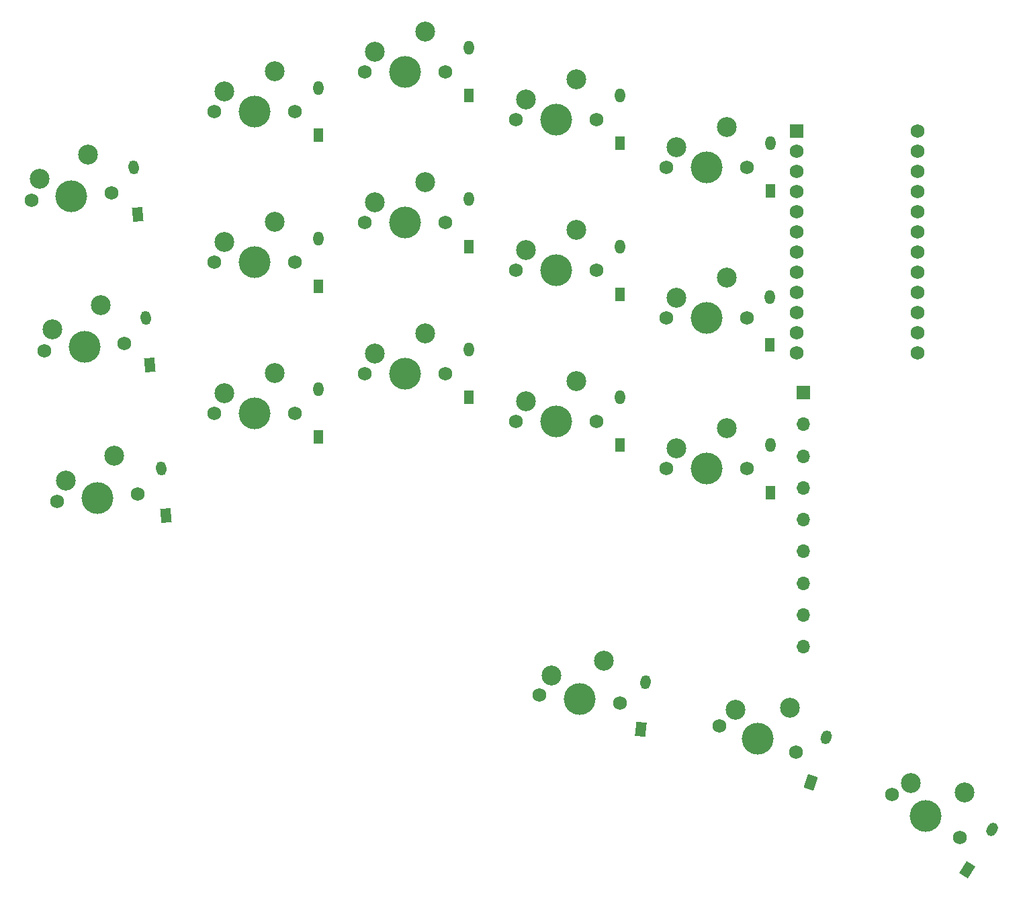
<source format=gbr>
%TF.GenerationSoftware,KiCad,Pcbnew,7.0.7*%
%TF.CreationDate,2023-11-23T18:26:16-07:00*%
%TF.ProjectId,TypestationX - Left,54797065-7374-4617-9469-6f6e58202d20,rev?*%
%TF.SameCoordinates,Original*%
%TF.FileFunction,Soldermask,Bot*%
%TF.FilePolarity,Negative*%
%FSLAX46Y46*%
G04 Gerber Fmt 4.6, Leading zero omitted, Abs format (unit mm)*
G04 Created by KiCad (PCBNEW 7.0.7) date 2023-11-23 18:26:16*
%MOMM*%
%LPD*%
G01*
G04 APERTURE LIST*
G04 Aperture macros list*
%AMHorizOval*
0 Thick line with rounded ends*
0 $1 width*
0 $2 $3 position (X,Y) of the first rounded end (center of the circle)*
0 $4 $5 position (X,Y) of the second rounded end (center of the circle)*
0 Add line between two ends*
20,1,$1,$2,$3,$4,$5,0*
0 Add two circle primitives to create the rounded ends*
1,1,$1,$2,$3*
1,1,$1,$4,$5*%
%AMRotRect*
0 Rectangle, with rotation*
0 The origin of the aperture is its center*
0 $1 length*
0 $2 width*
0 $3 Rotation angle, in degrees counterclockwise*
0 Add horizontal line*
21,1,$1,$2,0,0,$3*%
G04 Aperture macros list end*
%ADD10R,1.300000X1.778000*%
%ADD11O,1.300000X1.778000*%
%ADD12C,1.750000*%
%ADD13C,4.000000*%
%ADD14C,2.500000*%
%ADD15RotRect,1.778000X1.300000X95.000000*%
%ADD16HorizOval,1.300000X-0.020830X0.238091X0.020830X-0.238091X0*%
%ADD17RotRect,1.778000X1.300000X84.000000*%
%ADD18HorizOval,1.300000X0.024982X0.237691X-0.024982X-0.237691X0*%
%ADD19RotRect,1.778000X1.300000X71.000000*%
%ADD20HorizOval,1.300000X0.077811X0.225979X-0.077811X-0.225979X0*%
%ADD21R,1.700000X1.700000*%
%ADD22O,1.700000X1.700000*%
%ADD23RotRect,1.778000X1.300000X58.000000*%
%ADD24HorizOval,1.300000X0.126651X0.202683X-0.126651X-0.202683X0*%
%ADD25R,1.752600X1.752600*%
%ADD26C,1.752600*%
G04 APERTURE END LIST*
D10*
%TO.C,D14*%
X88900000Y-98603631D03*
D11*
X88900000Y-92603631D03*
%TD*%
D10*
%TO.C,D4*%
X88900000Y-60603631D03*
D11*
X88900000Y-54603631D03*
%TD*%
D12*
%TO.C,S8*%
X56767381Y-70603631D03*
D13*
X61847381Y-70603631D03*
D12*
X66927381Y-70603631D03*
D14*
X58037381Y-68063631D03*
X64387381Y-65523631D03*
%TD*%
D12*
%TO.C,S11*%
X75767381Y-76603631D03*
D13*
X80847381Y-76603631D03*
D12*
X85927381Y-76603631D03*
D14*
X77037381Y-74063631D03*
X83387381Y-71523631D03*
%TD*%
D15*
%TO.C,D6*%
X29644424Y-88566322D03*
D16*
X29121490Y-82589154D03*
%TD*%
D17*
%TO.C,D16*%
X91540064Y-134417629D03*
D18*
X92167234Y-128450497D03*
%TD*%
D12*
%TO.C,S2*%
X16350501Y-86717930D03*
D13*
X21411170Y-86275179D03*
D12*
X26471839Y-85832428D03*
D14*
X17394293Y-84076908D03*
X23498753Y-80993134D03*
%TD*%
D10*
%TO.C,D7*%
X50900000Y-78603631D03*
D11*
X50900000Y-72603631D03*
%TD*%
D12*
%TO.C,S5*%
X37767381Y-75603631D03*
D13*
X42847381Y-75603631D03*
D12*
X47927381Y-75603631D03*
D14*
X39037381Y-73063631D03*
X45387381Y-70523631D03*
%TD*%
D10*
%TO.C,D13*%
X69900000Y-92603631D03*
D11*
X69900000Y-86603631D03*
%TD*%
D15*
%TO.C,D1*%
X28161467Y-69588584D03*
D16*
X27638533Y-63611416D03*
%TD*%
D12*
%TO.C,S6*%
X37767381Y-94603631D03*
D13*
X42847381Y-94603631D03*
D12*
X47927381Y-94603631D03*
D14*
X39037381Y-92063631D03*
X45387381Y-89523631D03*
%TD*%
D19*
%TO.C,D17*%
X112934272Y-141111856D03*
D20*
X114887680Y-135438744D03*
%TD*%
D10*
%TO.C,D10*%
X107823227Y-85999079D03*
D11*
X107823227Y-79999079D03*
%TD*%
D10*
%TO.C,D5*%
X107900000Y-66600000D03*
D11*
X107900000Y-60600000D03*
%TD*%
D12*
%TO.C,S1*%
X14713224Y-67748165D03*
D13*
X19773893Y-67305414D03*
D12*
X24834562Y-66862663D03*
D14*
X15757016Y-65107143D03*
X21861476Y-62023369D03*
%TD*%
D12*
%TO.C,S7*%
X56767381Y-51603631D03*
D13*
X61847381Y-51603631D03*
D12*
X66927381Y-51603631D03*
D14*
X58037381Y-49063631D03*
X64387381Y-46523631D03*
%TD*%
D12*
%TO.C,S16*%
X78790157Y-130061034D03*
D13*
X83842328Y-130592039D03*
D12*
X88894499Y-131123044D03*
D14*
X80318702Y-127667700D03*
X86899418Y-125805370D03*
%TD*%
D12*
%TO.C,S10*%
X75767381Y-57603631D03*
D13*
X80847381Y-57603631D03*
D12*
X85927381Y-57603631D03*
D14*
X77037381Y-55063631D03*
X83387381Y-52523631D03*
%TD*%
D12*
%TO.C,S18*%
X123167892Y-142643050D03*
D13*
X127475976Y-145335040D03*
D12*
X131784060Y-148027030D03*
D14*
X125590908Y-141162005D03*
X132322008Y-142372951D03*
%TD*%
D12*
%TO.C,S4*%
X37767381Y-56603631D03*
D13*
X42847381Y-56603631D03*
D12*
X47927381Y-56603631D03*
D14*
X39037381Y-54063631D03*
X45387381Y-51523631D03*
%TD*%
D10*
%TO.C,D15*%
X107900000Y-104603631D03*
D11*
X107900000Y-98603631D03*
%TD*%
D12*
%TO.C,S17*%
X101457718Y-133987299D03*
D13*
X106260952Y-135641185D03*
D12*
X111064186Y-137295071D03*
D14*
X103485469Y-131999153D03*
X110316455Y-131664894D03*
%TD*%
D21*
%TO.C,J1*%
X112000000Y-92000000D03*
D22*
X112000000Y-96000000D03*
X112000000Y-100000000D03*
X112000000Y-104000000D03*
X112000000Y-108000000D03*
X112000000Y-112000000D03*
X112000000Y-116000000D03*
X112000000Y-120000000D03*
X112000000Y-124000000D03*
%TD*%
D10*
%TO.C,D12*%
X50900000Y-97600000D03*
D11*
X50900000Y-91600000D03*
%TD*%
D10*
%TO.C,D8*%
X69900000Y-73603631D03*
D11*
X69900000Y-67603631D03*
%TD*%
D12*
%TO.C,S3*%
X17999132Y-105706470D03*
D13*
X23059801Y-105263719D03*
D12*
X28120470Y-104820968D03*
D14*
X19042924Y-103065448D03*
X25147384Y-99981674D03*
%TD*%
D12*
%TO.C,S14*%
X94767381Y-82603631D03*
D13*
X99847381Y-82603631D03*
D12*
X104927381Y-82603631D03*
D14*
X96037381Y-80063631D03*
X102387381Y-77523631D03*
%TD*%
D10*
%TO.C,D2*%
X50900000Y-59600000D03*
D11*
X50900000Y-53600000D03*
%TD*%
D10*
%TO.C,D9*%
X88900000Y-79603631D03*
D11*
X88900000Y-73603631D03*
%TD*%
D12*
%TO.C,S13*%
X94767381Y-63603631D03*
D13*
X99847381Y-63603631D03*
D12*
X104927381Y-63603631D03*
D14*
X96037381Y-61063631D03*
X102387381Y-58523631D03*
%TD*%
D23*
%TO.C,D18*%
X132670603Y-152118538D03*
D24*
X135850119Y-147030250D03*
%TD*%
D15*
%TO.C,D11*%
X31640760Y-107524442D03*
D16*
X31117826Y-101547274D03*
%TD*%
D10*
%TO.C,D3*%
X69900000Y-54603631D03*
D11*
X69900000Y-48603631D03*
%TD*%
D12*
%TO.C,S12*%
X75767381Y-95603631D03*
D13*
X80847381Y-95603631D03*
D12*
X85927381Y-95603631D03*
D14*
X77037381Y-93063631D03*
X83387381Y-90523631D03*
%TD*%
D12*
%TO.C,S9*%
X56767381Y-89603631D03*
D13*
X61847381Y-89603631D03*
D12*
X66927381Y-89603631D03*
D14*
X58037381Y-87063631D03*
X64387381Y-84523631D03*
%TD*%
D12*
%TO.C,S15*%
X94767381Y-101603631D03*
D13*
X99847381Y-101603631D03*
D12*
X104927381Y-101603631D03*
D14*
X96037381Y-99063631D03*
X102387381Y-96523631D03*
%TD*%
D25*
%TO.C,U2*%
X111180000Y-59030000D03*
D26*
X111180000Y-61570000D03*
X111180000Y-64110000D03*
X111180000Y-66650000D03*
X111180000Y-69190000D03*
X111180000Y-71730000D03*
X111180000Y-74270000D03*
X111180000Y-76810000D03*
X111180000Y-79350000D03*
X111180000Y-81890000D03*
X111180000Y-84430000D03*
X111180000Y-86970000D03*
X126420000Y-86970000D03*
X126420000Y-84430000D03*
X126420000Y-81890000D03*
X126420000Y-79350000D03*
X126420000Y-76810000D03*
X126420000Y-74270000D03*
X126420000Y-71730000D03*
X126420000Y-69190000D03*
X126420000Y-66650000D03*
X126420000Y-64110000D03*
X126420000Y-61570000D03*
X126420000Y-59030000D03*
%TD*%
M02*

</source>
